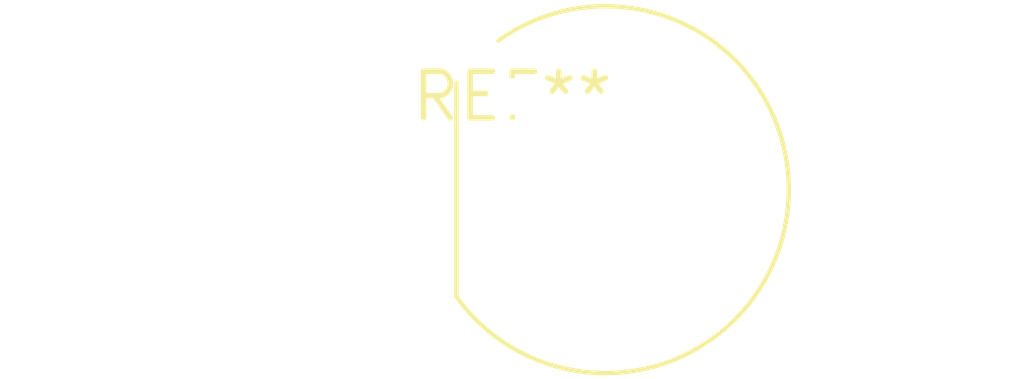
<source format=kicad_pcb>
(kicad_pcb (version 20240108) (generator pcbnew)
  (layers (0 "F.Cu" signal) (31 "B.Cu" signal) (34 "B.Paste" user) (35 "F.Paste" user) (36 "B.SilkS" user "B.Silkscreen") (37 "F.SilkS" user "F.Silkscreen") (38 "B.Mask" user) (39 "F.Mask" user) (44 "Edge.Cuts" user))
  (net 0 "")
  (footprint "Diode_Bridge_Round_D9.8mm" (layer "F.Cu") (at 0 0)
    (property "Reference" "REF**")
    (property "Value" "Diode_Bridge_Round_D9.8mm")
    (fp_line (start -1.524 -0.381) (end -1.524 5.461) (layer "F.SilkS") (stroke (width 0.12)))
    (fp_arc (start -0.381 -1.524) (mid 7.479141 3.348223) (end -1.524 5.461) (layer "F.SilkS") (stroke (width 0.12)))
    (pad "1" thru_hole rect (at 0 0) (size 2 2) (drill 1) (layers *.Cu *.Mask) (remove_unused_layers))
    (pad "2" thru_hole oval (at 0 5.08) (size 2 2) (drill 1) (layers *.Cu *.Mask) (remove_unused_layers))
    (pad "3" thru_hole oval (at 5.08 5.08) (size 2 2) (drill 1) (layers *.Cu *.Mask) (remove_unused_layers))
    (pad "4" thru_hole oval (at 5.08 0) (size 2 2) (drill 1) (layers *.Cu *.Mask) (remove_unused_layers))
  )
)
</source>
